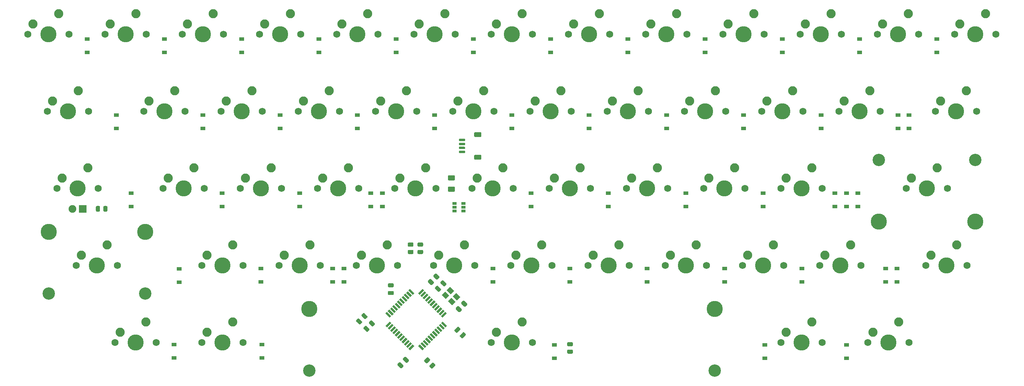
<source format=gbr>
%TF.GenerationSoftware,KiCad,Pcbnew,(5.1.9)-1*%
%TF.CreationDate,2021-01-27T12:27:53+01:00*%
%TF.ProjectId,FriedrichPCB,46726965-6472-4696-9368-5043422e6b69,rev?*%
%TF.SameCoordinates,Original*%
%TF.FileFunction,Soldermask,Bot*%
%TF.FilePolarity,Negative*%
%FSLAX46Y46*%
G04 Gerber Fmt 4.6, Leading zero omitted, Abs format (unit mm)*
G04 Created by KiCad (PCBNEW (5.1.9)-1) date 2021-01-27 12:27:53*
%MOMM*%
%LPD*%
G01*
G04 APERTURE LIST*
%ADD10C,2.250000*%
%ADD11C,3.987800*%
%ADD12C,1.750000*%
%ADD13R,1.905000X1.905000*%
%ADD14C,1.905000*%
%ADD15C,3.048000*%
%ADD16C,0.100000*%
%ADD17R,1.060000X0.650000*%
%ADD18R,1.200000X0.900000*%
G04 APERTURE END LIST*
D10*
%TO.C,MX14*%
X41706800Y-70662800D03*
D11*
X39166800Y-75742800D03*
D10*
X35356800Y-73202800D03*
D12*
X34086800Y-75742800D03*
X44246800Y-75742800D03*
%TD*%
%TO.C,MX26*%
X46634400Y-94792800D03*
X36474400Y-94792800D03*
D13*
X42824400Y-99872800D03*
D14*
X40284400Y-99872800D03*
D10*
X37744400Y-92252800D03*
D11*
X41554400Y-94792800D03*
D10*
X44094400Y-89712800D03*
%TD*%
%TO.C,R6*%
G36*
G01*
X47898000Y-100322801D02*
X47898000Y-99422799D01*
G75*
G02*
X48147999Y-99172800I249999J0D01*
G01*
X48673001Y-99172800D01*
G75*
G02*
X48923000Y-99422799I0J-249999D01*
G01*
X48923000Y-100322801D01*
G75*
G02*
X48673001Y-100572800I-249999J0D01*
G01*
X48147999Y-100572800D01*
G75*
G02*
X47898000Y-100322801I0J249999D01*
G01*
G37*
G36*
G01*
X46073000Y-100322801D02*
X46073000Y-99422799D01*
G75*
G02*
X46322999Y-99172800I249999J0D01*
G01*
X46848001Y-99172800D01*
G75*
G02*
X47098000Y-99422799I0J-249999D01*
G01*
X47098000Y-100322801D01*
G75*
G02*
X46848001Y-100572800I-249999J0D01*
G01*
X46322999Y-100572800D01*
G75*
G02*
X46073000Y-100322801I0J249999D01*
G01*
G37*
%TD*%
%TO.C,USB1*%
G36*
G01*
X139604199Y-86528000D02*
X140904201Y-86528000D01*
G75*
G02*
X141154200Y-86777999I0J-249999D01*
G01*
X141154200Y-87478001D01*
G75*
G02*
X140904201Y-87728000I-249999J0D01*
G01*
X139604199Y-87728000D01*
G75*
G02*
X139354200Y-87478001I0J249999D01*
G01*
X139354200Y-86777999D01*
G75*
G02*
X139604199Y-86528000I249999J0D01*
G01*
G37*
G36*
G01*
X139604199Y-80928000D02*
X140904201Y-80928000D01*
G75*
G02*
X141154200Y-81177999I0J-249999D01*
G01*
X141154200Y-81878001D01*
G75*
G02*
X140904201Y-82128000I-249999J0D01*
G01*
X139604199Y-82128000D01*
G75*
G02*
X139354200Y-81878001I0J249999D01*
G01*
X139354200Y-81177999D01*
G75*
G02*
X139604199Y-80928000I249999J0D01*
G01*
G37*
G36*
G01*
X135754200Y-85528000D02*
X137004200Y-85528000D01*
G75*
G02*
X137154200Y-85678000I0J-150000D01*
G01*
X137154200Y-85978000D01*
G75*
G02*
X137004200Y-86128000I-150000J0D01*
G01*
X135754200Y-86128000D01*
G75*
G02*
X135604200Y-85978000I0J150000D01*
G01*
X135604200Y-85678000D01*
G75*
G02*
X135754200Y-85528000I150000J0D01*
G01*
G37*
G36*
G01*
X135754200Y-84528000D02*
X137004200Y-84528000D01*
G75*
G02*
X137154200Y-84678000I0J-150000D01*
G01*
X137154200Y-84978000D01*
G75*
G02*
X137004200Y-85128000I-150000J0D01*
G01*
X135754200Y-85128000D01*
G75*
G02*
X135604200Y-84978000I0J150000D01*
G01*
X135604200Y-84678000D01*
G75*
G02*
X135754200Y-84528000I150000J0D01*
G01*
G37*
G36*
G01*
X135754200Y-83528000D02*
X137004200Y-83528000D01*
G75*
G02*
X137154200Y-83678000I0J-150000D01*
G01*
X137154200Y-83978000D01*
G75*
G02*
X137004200Y-84128000I-150000J0D01*
G01*
X135754200Y-84128000D01*
G75*
G02*
X135604200Y-83978000I0J150000D01*
G01*
X135604200Y-83678000D01*
G75*
G02*
X135754200Y-83528000I150000J0D01*
G01*
G37*
G36*
G01*
X135754200Y-82528000D02*
X137004200Y-82528000D01*
G75*
G02*
X137154200Y-82678000I0J-150000D01*
G01*
X137154200Y-82978000D01*
G75*
G02*
X137004200Y-83128000I-150000J0D01*
G01*
X135754200Y-83128000D01*
G75*
G02*
X135604200Y-82978000I0J150000D01*
G01*
X135604200Y-82678000D01*
G75*
G02*
X135754200Y-82528000I150000J0D01*
G01*
G37*
%TD*%
%TO.C,MX58*%
X151231600Y-127812800D03*
D11*
X148691600Y-132892800D03*
D10*
X144881600Y-130352800D03*
D12*
X143611600Y-132892800D03*
X153771600Y-132892800D03*
D15*
X98691700Y-139877800D03*
X198691500Y-139877800D03*
D11*
X98691700Y-124637800D03*
X198691500Y-124637800D03*
%TD*%
D10*
%TO.C,MX42*%
X98856800Y-108762800D03*
D11*
X96316800Y-113842800D03*
D10*
X92506800Y-111302800D03*
D12*
X91236800Y-113842800D03*
X101396800Y-113842800D03*
%TD*%
D10*
%TO.C,MX40*%
X48869600Y-108762800D03*
D11*
X46329600Y-113842800D03*
D10*
X42519600Y-111302800D03*
D12*
X41249600Y-113842800D03*
X51409600Y-113842800D03*
D15*
X34423350Y-120827800D03*
X58235850Y-120827800D03*
D11*
X34423350Y-105587800D03*
X58235850Y-105587800D03*
%TD*%
D10*
%TO.C,MX62*%
X222656400Y-127812800D03*
D11*
X220116400Y-132892800D03*
D10*
X216306400Y-130352800D03*
D12*
X215036400Y-132892800D03*
X225196400Y-132892800D03*
%TD*%
D10*
%TO.C,MX54*%
X79806800Y-127812800D03*
D11*
X77266800Y-132892800D03*
D10*
X73456800Y-130352800D03*
D12*
X72186800Y-132892800D03*
X82346800Y-132892800D03*
%TD*%
D10*
%TO.C,MX51*%
X258419600Y-108762800D03*
D11*
X255879600Y-113842800D03*
D10*
X252069600Y-111302800D03*
D12*
X250799600Y-113842800D03*
X260959600Y-113842800D03*
%TD*%
D10*
%TO.C,MX38*%
X253593600Y-89712800D03*
D11*
X251053600Y-94792800D03*
D10*
X247243600Y-92252800D03*
D12*
X245973600Y-94792800D03*
X256133600Y-94792800D03*
D15*
X239147350Y-87807800D03*
X262959850Y-87807800D03*
D11*
X239147350Y-103047800D03*
X262959850Y-103047800D03*
%TD*%
D10*
%TO.C,MX25*%
X260756400Y-70662800D03*
D11*
X258216400Y-75742800D03*
D10*
X254406400Y-73202800D03*
D12*
X253136400Y-75742800D03*
X263296400Y-75742800D03*
%TD*%
D16*
%TO.C,X1*%
G36*
X135952897Y-121659488D02*
G01*
X135104369Y-122508016D01*
X134114419Y-121518066D01*
X134962947Y-120669538D01*
X135952897Y-121659488D01*
G37*
G36*
X134397262Y-120103853D02*
G01*
X133548734Y-120952381D01*
X132558784Y-119962431D01*
X133407312Y-119113903D01*
X134397262Y-120103853D01*
G37*
G36*
X133195181Y-121305934D02*
G01*
X132346653Y-122154462D01*
X131356703Y-121164512D01*
X132205231Y-120315984D01*
X133195181Y-121305934D01*
G37*
G36*
X134750816Y-122861569D02*
G01*
X133902288Y-123710097D01*
X132912338Y-122720147D01*
X133760866Y-121871619D01*
X134750816Y-122861569D01*
G37*
%TD*%
D17*
%TO.C,U2*%
X134485200Y-99466400D03*
X134485200Y-98516400D03*
X134485200Y-100416400D03*
X136685200Y-100416400D03*
X136685200Y-99466400D03*
X136685200Y-98516400D03*
%TD*%
D16*
%TO.C,U1*%
G36*
X118546540Y-127731298D02*
G01*
X118935448Y-128120206D01*
X117874788Y-129180866D01*
X117485880Y-128791958D01*
X118546540Y-127731298D01*
G37*
G36*
X119112226Y-128296983D02*
G01*
X119501134Y-128685891D01*
X118440474Y-129746551D01*
X118051566Y-129357643D01*
X119112226Y-128296983D01*
G37*
G36*
X119677911Y-128862668D02*
G01*
X120066819Y-129251576D01*
X119006159Y-130312236D01*
X118617251Y-129923328D01*
X119677911Y-128862668D01*
G37*
G36*
X120243596Y-129428354D02*
G01*
X120632504Y-129817262D01*
X119571844Y-130877922D01*
X119182936Y-130489014D01*
X120243596Y-129428354D01*
G37*
G36*
X120809282Y-129994039D02*
G01*
X121198190Y-130382947D01*
X120137530Y-131443607D01*
X119748622Y-131054699D01*
X120809282Y-129994039D01*
G37*
G36*
X121374967Y-130559725D02*
G01*
X121763875Y-130948633D01*
X120703215Y-132009293D01*
X120314307Y-131620385D01*
X121374967Y-130559725D01*
G37*
G36*
X121940653Y-131125410D02*
G01*
X122329561Y-131514318D01*
X121268901Y-132574978D01*
X120879993Y-132186070D01*
X121940653Y-131125410D01*
G37*
G36*
X122506338Y-131691096D02*
G01*
X122895246Y-132080004D01*
X121834586Y-133140664D01*
X121445678Y-132751756D01*
X122506338Y-131691096D01*
G37*
G36*
X123072024Y-132256781D02*
G01*
X123460932Y-132645689D01*
X122400272Y-133706349D01*
X122011364Y-133317441D01*
X123072024Y-132256781D01*
G37*
G36*
X123637709Y-132822466D02*
G01*
X124026617Y-133211374D01*
X122965957Y-134272034D01*
X122577049Y-133883126D01*
X123637709Y-132822466D01*
G37*
G36*
X124203394Y-133388152D02*
G01*
X124592302Y-133777060D01*
X123531642Y-134837720D01*
X123142734Y-134448812D01*
X124203394Y-133388152D01*
G37*
G36*
X125546898Y-133777060D02*
G01*
X125935806Y-133388152D01*
X126996466Y-134448812D01*
X126607558Y-134837720D01*
X125546898Y-133777060D01*
G37*
G36*
X126112583Y-133211374D02*
G01*
X126501491Y-132822466D01*
X127562151Y-133883126D01*
X127173243Y-134272034D01*
X126112583Y-133211374D01*
G37*
G36*
X126678268Y-132645689D02*
G01*
X127067176Y-132256781D01*
X128127836Y-133317441D01*
X127738928Y-133706349D01*
X126678268Y-132645689D01*
G37*
G36*
X127243954Y-132080004D02*
G01*
X127632862Y-131691096D01*
X128693522Y-132751756D01*
X128304614Y-133140664D01*
X127243954Y-132080004D01*
G37*
G36*
X127809639Y-131514318D02*
G01*
X128198547Y-131125410D01*
X129259207Y-132186070D01*
X128870299Y-132574978D01*
X127809639Y-131514318D01*
G37*
G36*
X128375325Y-130948633D02*
G01*
X128764233Y-130559725D01*
X129824893Y-131620385D01*
X129435985Y-132009293D01*
X128375325Y-130948633D01*
G37*
G36*
X128941010Y-130382947D02*
G01*
X129329918Y-129994039D01*
X130390578Y-131054699D01*
X130001670Y-131443607D01*
X128941010Y-130382947D01*
G37*
G36*
X129506696Y-129817262D02*
G01*
X129895604Y-129428354D01*
X130956264Y-130489014D01*
X130567356Y-130877922D01*
X129506696Y-129817262D01*
G37*
G36*
X130072381Y-129251576D02*
G01*
X130461289Y-128862668D01*
X131521949Y-129923328D01*
X131133041Y-130312236D01*
X130072381Y-129251576D01*
G37*
G36*
X130638066Y-128685891D02*
G01*
X131026974Y-128296983D01*
X132087634Y-129357643D01*
X131698726Y-129746551D01*
X130638066Y-128685891D01*
G37*
G36*
X131203752Y-128120206D02*
G01*
X131592660Y-127731298D01*
X132653320Y-128791958D01*
X132264412Y-129180866D01*
X131203752Y-128120206D01*
G37*
G36*
X132264412Y-125327134D02*
G01*
X132653320Y-125716042D01*
X131592660Y-126776702D01*
X131203752Y-126387794D01*
X132264412Y-125327134D01*
G37*
G36*
X131698726Y-124761449D02*
G01*
X132087634Y-125150357D01*
X131026974Y-126211017D01*
X130638066Y-125822109D01*
X131698726Y-124761449D01*
G37*
G36*
X131133041Y-124195764D02*
G01*
X131521949Y-124584672D01*
X130461289Y-125645332D01*
X130072381Y-125256424D01*
X131133041Y-124195764D01*
G37*
G36*
X130567356Y-123630078D02*
G01*
X130956264Y-124018986D01*
X129895604Y-125079646D01*
X129506696Y-124690738D01*
X130567356Y-123630078D01*
G37*
G36*
X130001670Y-123064393D02*
G01*
X130390578Y-123453301D01*
X129329918Y-124513961D01*
X128941010Y-124125053D01*
X130001670Y-123064393D01*
G37*
G36*
X129435985Y-122498707D02*
G01*
X129824893Y-122887615D01*
X128764233Y-123948275D01*
X128375325Y-123559367D01*
X129435985Y-122498707D01*
G37*
G36*
X128870299Y-121933022D02*
G01*
X129259207Y-122321930D01*
X128198547Y-123382590D01*
X127809639Y-122993682D01*
X128870299Y-121933022D01*
G37*
G36*
X128304614Y-121367336D02*
G01*
X128693522Y-121756244D01*
X127632862Y-122816904D01*
X127243954Y-122427996D01*
X128304614Y-121367336D01*
G37*
G36*
X127738928Y-120801651D02*
G01*
X128127836Y-121190559D01*
X127067176Y-122251219D01*
X126678268Y-121862311D01*
X127738928Y-120801651D01*
G37*
G36*
X127173243Y-120235966D02*
G01*
X127562151Y-120624874D01*
X126501491Y-121685534D01*
X126112583Y-121296626D01*
X127173243Y-120235966D01*
G37*
G36*
X126607558Y-119670280D02*
G01*
X126996466Y-120059188D01*
X125935806Y-121119848D01*
X125546898Y-120730940D01*
X126607558Y-119670280D01*
G37*
G36*
X123142734Y-120059188D02*
G01*
X123531642Y-119670280D01*
X124592302Y-120730940D01*
X124203394Y-121119848D01*
X123142734Y-120059188D01*
G37*
G36*
X122577049Y-120624874D02*
G01*
X122965957Y-120235966D01*
X124026617Y-121296626D01*
X123637709Y-121685534D01*
X122577049Y-120624874D01*
G37*
G36*
X122011364Y-121190559D02*
G01*
X122400272Y-120801651D01*
X123460932Y-121862311D01*
X123072024Y-122251219D01*
X122011364Y-121190559D01*
G37*
G36*
X121445678Y-121756244D02*
G01*
X121834586Y-121367336D01*
X122895246Y-122427996D01*
X122506338Y-122816904D01*
X121445678Y-121756244D01*
G37*
G36*
X120879993Y-122321930D02*
G01*
X121268901Y-121933022D01*
X122329561Y-122993682D01*
X121940653Y-123382590D01*
X120879993Y-122321930D01*
G37*
G36*
X120314307Y-122887615D02*
G01*
X120703215Y-122498707D01*
X121763875Y-123559367D01*
X121374967Y-123948275D01*
X120314307Y-122887615D01*
G37*
G36*
X119748622Y-123453301D02*
G01*
X120137530Y-123064393D01*
X121198190Y-124125053D01*
X120809282Y-124513961D01*
X119748622Y-123453301D01*
G37*
G36*
X119182936Y-124018986D02*
G01*
X119571844Y-123630078D01*
X120632504Y-124690738D01*
X120243596Y-125079646D01*
X119182936Y-124018986D01*
G37*
G36*
X118617251Y-124584672D02*
G01*
X119006159Y-124195764D01*
X120066819Y-125256424D01*
X119677911Y-125645332D01*
X118617251Y-124584672D01*
G37*
G36*
X118051566Y-125150357D02*
G01*
X118440474Y-124761449D01*
X119501134Y-125822109D01*
X119112226Y-126211017D01*
X118051566Y-125150357D01*
G37*
G36*
X117485880Y-125716042D02*
G01*
X117874788Y-125327134D01*
X118935448Y-126387794D01*
X118546540Y-126776702D01*
X117485880Y-125716042D01*
G37*
%TD*%
%TO.C,R5*%
G36*
G01*
X162567198Y-134664400D02*
X163467202Y-134664400D01*
G75*
G02*
X163717200Y-134914398I0J-249998D01*
G01*
X163717200Y-135439402D01*
G75*
G02*
X163467202Y-135689400I-249998J0D01*
G01*
X162567198Y-135689400D01*
G75*
G02*
X162317200Y-135439402I0J249998D01*
G01*
X162317200Y-134914398D01*
G75*
G02*
X162567198Y-134664400I249998J0D01*
G01*
G37*
G36*
G01*
X162567198Y-132839400D02*
X163467202Y-132839400D01*
G75*
G02*
X163717200Y-133089398I0J-249998D01*
G01*
X163717200Y-133614402D01*
G75*
G02*
X163467202Y-133864400I-249998J0D01*
G01*
X162567198Y-133864400D01*
G75*
G02*
X162317200Y-133614402I0J249998D01*
G01*
X162317200Y-133089398D01*
G75*
G02*
X162567198Y-132839400I249998J0D01*
G01*
G37*
%TD*%
%TO.C,R3*%
G36*
G01*
X128457756Y-137371757D02*
X127821357Y-138008156D01*
G75*
G02*
X127467807Y-138008156I-176775J176775D01*
G01*
X127096574Y-137636923D01*
G75*
G02*
X127096574Y-137283373I176775J176775D01*
G01*
X127732973Y-136646974D01*
G75*
G02*
X128086523Y-136646974I176775J-176775D01*
G01*
X128457756Y-137018207D01*
G75*
G02*
X128457756Y-137371757I-176775J-176775D01*
G01*
G37*
G36*
G01*
X129748226Y-138662227D02*
X129111827Y-139298626D01*
G75*
G02*
X128758277Y-139298626I-176775J176775D01*
G01*
X128387044Y-138927393D01*
G75*
G02*
X128387044Y-138573843I176775J176775D01*
G01*
X129023443Y-137937444D01*
G75*
G02*
X129376993Y-137937444I176775J-176775D01*
G01*
X129748226Y-138308677D01*
G75*
G02*
X129748226Y-138662227I-176775J-176775D01*
G01*
G37*
%TD*%
%TO.C,R2*%
G36*
G01*
X123247998Y-110026400D02*
X124148002Y-110026400D01*
G75*
G02*
X124398000Y-110276398I0J-249998D01*
G01*
X124398000Y-110801402D01*
G75*
G02*
X124148002Y-111051400I-249998J0D01*
G01*
X123247998Y-111051400D01*
G75*
G02*
X122998000Y-110801402I0J249998D01*
G01*
X122998000Y-110276398D01*
G75*
G02*
X123247998Y-110026400I249998J0D01*
G01*
G37*
G36*
G01*
X123247998Y-108201400D02*
X124148002Y-108201400D01*
G75*
G02*
X124398000Y-108451398I0J-249998D01*
G01*
X124398000Y-108976402D01*
G75*
G02*
X124148002Y-109226400I-249998J0D01*
G01*
X123247998Y-109226400D01*
G75*
G02*
X122998000Y-108976402I0J249998D01*
G01*
X122998000Y-108451398D01*
G75*
G02*
X123247998Y-108201400I249998J0D01*
G01*
G37*
%TD*%
%TO.C,R1*%
G36*
G01*
X125635598Y-110026400D02*
X126535602Y-110026400D01*
G75*
G02*
X126785600Y-110276398I0J-249998D01*
G01*
X126785600Y-110801402D01*
G75*
G02*
X126535602Y-111051400I-249998J0D01*
G01*
X125635598Y-111051400D01*
G75*
G02*
X125385600Y-110801402I0J249998D01*
G01*
X125385600Y-110276398D01*
G75*
G02*
X125635598Y-110026400I249998J0D01*
G01*
G37*
G36*
G01*
X125635598Y-108201400D02*
X126535602Y-108201400D01*
G75*
G02*
X126785600Y-108451398I0J-249998D01*
G01*
X126785600Y-108976402D01*
G75*
G02*
X126535602Y-109226400I-249998J0D01*
G01*
X125635598Y-109226400D01*
G75*
G02*
X125385600Y-108976402I0J249998D01*
G01*
X125385600Y-108451398D01*
G75*
G02*
X125635598Y-108201400I249998J0D01*
G01*
G37*
%TD*%
D10*
%TO.C,MX63*%
X244094000Y-127812800D03*
D11*
X241554000Y-132892800D03*
D10*
X237744000Y-130352800D03*
D12*
X236474000Y-132892800D03*
X246634000Y-132892800D03*
%TD*%
D10*
%TO.C,MX53*%
X58369200Y-127812800D03*
D11*
X55829200Y-132892800D03*
D10*
X52019200Y-130352800D03*
D12*
X50749200Y-132892800D03*
X60909200Y-132892800D03*
%TD*%
D10*
%TO.C,MX49*%
X232206800Y-108762800D03*
D11*
X229666800Y-113842800D03*
D10*
X225856800Y-111302800D03*
D12*
X224586800Y-113842800D03*
X234746800Y-113842800D03*
%TD*%
D10*
%TO.C,MX48*%
X213156800Y-108762800D03*
D11*
X210616800Y-113842800D03*
D10*
X206806800Y-111302800D03*
D12*
X205536800Y-113842800D03*
X215696800Y-113842800D03*
%TD*%
D10*
%TO.C,MX47*%
X194106800Y-108762800D03*
D11*
X191566800Y-113842800D03*
D10*
X187756800Y-111302800D03*
D12*
X186486800Y-113842800D03*
X196646800Y-113842800D03*
%TD*%
D10*
%TO.C,MX46*%
X175056800Y-108762800D03*
D11*
X172516800Y-113842800D03*
D10*
X168706800Y-111302800D03*
D12*
X167436800Y-113842800D03*
X177596800Y-113842800D03*
%TD*%
D10*
%TO.C,MX45*%
X156006800Y-108762800D03*
D11*
X153466800Y-113842800D03*
D10*
X149656800Y-111302800D03*
D12*
X148386800Y-113842800D03*
X158546800Y-113842800D03*
%TD*%
D10*
%TO.C,MX44*%
X136956800Y-108762800D03*
D11*
X134416800Y-113842800D03*
D10*
X130606800Y-111302800D03*
D12*
X129336800Y-113842800D03*
X139496800Y-113842800D03*
%TD*%
D10*
%TO.C,MX43*%
X117906800Y-108762800D03*
D11*
X115366800Y-113842800D03*
D10*
X111556800Y-111302800D03*
D12*
X110286800Y-113842800D03*
X120446800Y-113842800D03*
%TD*%
D10*
%TO.C,MX41*%
X79806800Y-108762800D03*
D11*
X77266800Y-113842800D03*
D10*
X73456800Y-111302800D03*
D12*
X72186800Y-113842800D03*
X82346800Y-113842800D03*
%TD*%
D10*
%TO.C,MX36*%
X222656400Y-89712800D03*
D11*
X220116400Y-94792800D03*
D10*
X216306400Y-92252800D03*
D12*
X215036400Y-94792800D03*
X225196400Y-94792800D03*
%TD*%
D10*
%TO.C,MX35*%
X203606400Y-89712800D03*
D11*
X201066400Y-94792800D03*
D10*
X197256400Y-92252800D03*
D12*
X195986400Y-94792800D03*
X206146400Y-94792800D03*
%TD*%
D10*
%TO.C,MX34*%
X184556400Y-89712800D03*
D11*
X182016400Y-94792800D03*
D10*
X178206400Y-92252800D03*
D12*
X176936400Y-94792800D03*
X187096400Y-94792800D03*
%TD*%
D10*
%TO.C,MX33*%
X165506400Y-89712800D03*
D11*
X162966400Y-94792800D03*
D10*
X159156400Y-92252800D03*
D12*
X157886400Y-94792800D03*
X168046400Y-94792800D03*
%TD*%
D10*
%TO.C,MX32*%
X146456400Y-89712800D03*
D11*
X143916400Y-94792800D03*
D10*
X140106400Y-92252800D03*
D12*
X138836400Y-94792800D03*
X148996400Y-94792800D03*
%TD*%
D10*
%TO.C,MX31*%
X127406400Y-89712800D03*
D11*
X124866400Y-94792800D03*
D10*
X121056400Y-92252800D03*
D12*
X119786400Y-94792800D03*
X129946400Y-94792800D03*
%TD*%
D10*
%TO.C,MX30*%
X108356400Y-89712800D03*
D11*
X105816400Y-94792800D03*
D10*
X102006400Y-92252800D03*
D12*
X100736400Y-94792800D03*
X110896400Y-94792800D03*
%TD*%
D10*
%TO.C,MX29*%
X89306400Y-89712800D03*
D11*
X86766400Y-94792800D03*
D10*
X82956400Y-92252800D03*
D12*
X81686400Y-94792800D03*
X91846400Y-94792800D03*
%TD*%
D10*
%TO.C,MX28*%
X70256400Y-89712800D03*
D11*
X67716400Y-94792800D03*
D10*
X63906400Y-92252800D03*
D12*
X62636400Y-94792800D03*
X72796400Y-94792800D03*
%TD*%
D10*
%TO.C,MX24*%
X236982000Y-70662800D03*
D11*
X234442000Y-75742800D03*
D10*
X230632000Y-73202800D03*
D12*
X229362000Y-75742800D03*
X239522000Y-75742800D03*
%TD*%
D10*
%TO.C,MX23*%
X217932000Y-70662800D03*
D11*
X215392000Y-75742800D03*
D10*
X211582000Y-73202800D03*
D12*
X210312000Y-75742800D03*
X220472000Y-75742800D03*
%TD*%
D10*
%TO.C,MX22*%
X198882000Y-70662800D03*
D11*
X196342000Y-75742800D03*
D10*
X192532000Y-73202800D03*
D12*
X191262000Y-75742800D03*
X201422000Y-75742800D03*
%TD*%
D10*
%TO.C,MX21*%
X179832000Y-70662800D03*
D11*
X177292000Y-75742800D03*
D10*
X173482000Y-73202800D03*
D12*
X172212000Y-75742800D03*
X182372000Y-75742800D03*
%TD*%
D10*
%TO.C,MX20*%
X160782000Y-70662800D03*
D11*
X158242000Y-75742800D03*
D10*
X154432000Y-73202800D03*
D12*
X153162000Y-75742800D03*
X163322000Y-75742800D03*
%TD*%
D10*
%TO.C,MX19*%
X141732000Y-70662800D03*
D11*
X139192000Y-75742800D03*
D10*
X135382000Y-73202800D03*
D12*
X134112000Y-75742800D03*
X144272000Y-75742800D03*
%TD*%
D10*
%TO.C,MX18*%
X122682000Y-70662800D03*
D11*
X120142000Y-75742800D03*
D10*
X116332000Y-73202800D03*
D12*
X115062000Y-75742800D03*
X125222000Y-75742800D03*
%TD*%
D10*
%TO.C,MX17*%
X103632000Y-70662800D03*
D11*
X101092000Y-75742800D03*
D10*
X97282000Y-73202800D03*
D12*
X96012000Y-75742800D03*
X106172000Y-75742800D03*
%TD*%
D10*
%TO.C,MX16*%
X84582000Y-70662800D03*
D11*
X82042000Y-75742800D03*
D10*
X78232000Y-73202800D03*
D12*
X76962000Y-75742800D03*
X87122000Y-75742800D03*
%TD*%
D10*
%TO.C,MX15*%
X65532000Y-70662800D03*
D11*
X62992000Y-75742800D03*
D10*
X59182000Y-73202800D03*
D12*
X57912000Y-75742800D03*
X68072000Y-75742800D03*
%TD*%
D10*
%TO.C,MX13*%
X265531600Y-51612800D03*
D11*
X262991600Y-56692800D03*
D10*
X259181600Y-54152800D03*
D12*
X257911600Y-56692800D03*
X268071600Y-56692800D03*
%TD*%
D10*
%TO.C,MX12*%
X246481600Y-51612800D03*
D11*
X243941600Y-56692800D03*
D10*
X240131600Y-54152800D03*
D12*
X238861600Y-56692800D03*
X249021600Y-56692800D03*
%TD*%
D10*
%TO.C,MX11*%
X227431600Y-51612800D03*
D11*
X224891600Y-56692800D03*
D10*
X221081600Y-54152800D03*
D12*
X219811600Y-56692800D03*
X229971600Y-56692800D03*
%TD*%
D10*
%TO.C,MX10*%
X208381600Y-51612800D03*
D11*
X205841600Y-56692800D03*
D10*
X202031600Y-54152800D03*
D12*
X200761600Y-56692800D03*
X210921600Y-56692800D03*
%TD*%
D10*
%TO.C,MX9*%
X189331600Y-51612800D03*
D11*
X186791600Y-56692800D03*
D10*
X182981600Y-54152800D03*
D12*
X181711600Y-56692800D03*
X191871600Y-56692800D03*
%TD*%
D10*
%TO.C,MX8*%
X170281600Y-51612800D03*
D11*
X167741600Y-56692800D03*
D10*
X163931600Y-54152800D03*
D12*
X162661600Y-56692800D03*
X172821600Y-56692800D03*
%TD*%
D10*
%TO.C,MX7*%
X151231600Y-51612800D03*
D11*
X148691600Y-56692800D03*
D10*
X144881600Y-54152800D03*
D12*
X143611600Y-56692800D03*
X153771600Y-56692800D03*
%TD*%
D10*
%TO.C,MX6*%
X132181600Y-51612800D03*
D11*
X129641600Y-56692800D03*
D10*
X125831600Y-54152800D03*
D12*
X124561600Y-56692800D03*
X134721600Y-56692800D03*
%TD*%
D10*
%TO.C,MX5*%
X113131600Y-51612800D03*
D11*
X110591600Y-56692800D03*
D10*
X106781600Y-54152800D03*
D12*
X105511600Y-56692800D03*
X115671600Y-56692800D03*
%TD*%
D10*
%TO.C,MX4*%
X94081600Y-51612800D03*
D11*
X91541600Y-56692800D03*
D10*
X87731600Y-54152800D03*
D12*
X86461600Y-56692800D03*
X96621600Y-56692800D03*
%TD*%
D10*
%TO.C,MX3*%
X75031600Y-51612800D03*
D11*
X72491600Y-56692800D03*
D10*
X68681600Y-54152800D03*
D12*
X67411600Y-56692800D03*
X77571600Y-56692800D03*
%TD*%
D10*
%TO.C,MX2*%
X55981600Y-51612800D03*
D11*
X53441600Y-56692800D03*
D10*
X49631600Y-54152800D03*
D12*
X48361600Y-56692800D03*
X58521600Y-56692800D03*
%TD*%
D10*
%TO.C,MX1*%
X36931600Y-51612800D03*
D11*
X34391600Y-56692800D03*
D10*
X30581600Y-54152800D03*
D12*
X29311600Y-56692800D03*
X39471600Y-56692800D03*
%TD*%
%TO.C,F1*%
G36*
G01*
X133131400Y-94399400D02*
X134381400Y-94399400D01*
G75*
G02*
X134631400Y-94649400I0J-250000D01*
G01*
X134631400Y-95399400D01*
G75*
G02*
X134381400Y-95649400I-250000J0D01*
G01*
X133131400Y-95649400D01*
G75*
G02*
X132881400Y-95399400I0J250000D01*
G01*
X132881400Y-94649400D01*
G75*
G02*
X133131400Y-94399400I250000J0D01*
G01*
G37*
G36*
G01*
X133131400Y-91599400D02*
X134381400Y-91599400D01*
G75*
G02*
X134631400Y-91849400I0J-250000D01*
G01*
X134631400Y-92599400D01*
G75*
G02*
X134381400Y-92849400I-250000J0D01*
G01*
X133131400Y-92849400D01*
G75*
G02*
X132881400Y-92599400I0J250000D01*
G01*
X132881400Y-91849400D01*
G75*
G02*
X133131400Y-91599400I250000J0D01*
G01*
G37*
%TD*%
D18*
%TO.C,D63*%
X231241600Y-133478000D03*
X231241600Y-136778000D03*
%TD*%
%TO.C,D62*%
X211023200Y-133478000D03*
X211023200Y-136778000D03*
%TD*%
%TO.C,D58*%
X159156400Y-133528800D03*
X159156400Y-136828800D03*
%TD*%
%TO.C,D54*%
X87020400Y-133427200D03*
X87020400Y-136727200D03*
%TD*%
%TO.C,D53*%
X65379600Y-133427200D03*
X65379600Y-136727200D03*
%TD*%
%TO.C,D51*%
X243687600Y-114631200D03*
X243687600Y-117931200D03*
%TD*%
%TO.C,D49*%
X240842800Y-114631200D03*
X240842800Y-117931200D03*
%TD*%
%TO.C,D48*%
X220167200Y-114631200D03*
X220167200Y-117931200D03*
%TD*%
%TO.C,D47*%
X201117200Y-114631200D03*
X201117200Y-117931200D03*
%TD*%
%TO.C,D46*%
X182016400Y-114631200D03*
X182016400Y-117931200D03*
%TD*%
%TO.C,D45*%
X162966400Y-114631200D03*
X162966400Y-117931200D03*
%TD*%
%TO.C,D44*%
X143967200Y-114631200D03*
X143967200Y-117931200D03*
%TD*%
%TO.C,D43*%
X107289600Y-114631200D03*
X107289600Y-117931200D03*
%TD*%
%TO.C,D42*%
X104444800Y-114631200D03*
X104444800Y-117931200D03*
%TD*%
%TO.C,D41*%
X86766400Y-114631200D03*
X86766400Y-117931200D03*
%TD*%
%TO.C,D40*%
X66649600Y-114682000D03*
X66649600Y-117982000D03*
%TD*%
%TO.C,D38*%
X234035600Y-95987600D03*
X234035600Y-99287600D03*
%TD*%
%TO.C,D36*%
X228295200Y-95987600D03*
X228295200Y-99287600D03*
%TD*%
%TO.C,D35*%
X210616800Y-95987600D03*
X210616800Y-99287600D03*
%TD*%
%TO.C,D34*%
X191566800Y-95987600D03*
X191566800Y-99287600D03*
%TD*%
%TO.C,D33*%
X172466000Y-95987600D03*
X172466000Y-99287600D03*
%TD*%
%TO.C,D32*%
X153416000Y-95987600D03*
X153416000Y-99287600D03*
%TD*%
%TO.C,D31*%
X116738400Y-95987600D03*
X116738400Y-99287600D03*
%TD*%
%TO.C,D30*%
X113893600Y-95987600D03*
X113893600Y-99287600D03*
%TD*%
%TO.C,D29*%
X96316800Y-95987600D03*
X96316800Y-99287600D03*
%TD*%
%TO.C,D28*%
X77216000Y-95987600D03*
X77216000Y-99287600D03*
%TD*%
%TO.C,D27*%
X54762400Y-95987600D03*
X54762400Y-99287600D03*
%TD*%
%TO.C,D25*%
X246634000Y-76683600D03*
X246634000Y-79983600D03*
%TD*%
%TO.C,D24*%
X243941600Y-76683600D03*
X243941600Y-79983600D03*
%TD*%
%TO.C,D23*%
X224942400Y-76683600D03*
X224942400Y-79983600D03*
%TD*%
%TO.C,D22*%
X205841600Y-76683600D03*
X205841600Y-79983600D03*
%TD*%
%TO.C,D21*%
X186842400Y-76683600D03*
X186842400Y-79983600D03*
%TD*%
%TO.C,D20*%
X167741600Y-76683600D03*
X167741600Y-79983600D03*
%TD*%
%TO.C,D19*%
X148691600Y-76683600D03*
X148691600Y-79983600D03*
%TD*%
%TO.C,D18*%
X129641600Y-76683600D03*
X129641600Y-79983600D03*
%TD*%
%TO.C,D17*%
X110591600Y-76683600D03*
X110591600Y-79983600D03*
%TD*%
%TO.C,D16*%
X91541600Y-76683600D03*
X91541600Y-79983600D03*
%TD*%
%TO.C,D15*%
X72491600Y-76683600D03*
X72491600Y-79983600D03*
%TD*%
%TO.C,D14*%
X51104800Y-76683600D03*
X51104800Y-79983600D03*
%TD*%
%TO.C,D13*%
X253492000Y-57938400D03*
X253492000Y-61238400D03*
%TD*%
%TO.C,D12*%
X231190800Y-95987600D03*
X231190800Y-99287600D03*
%TD*%
%TO.C,D11*%
X234391200Y-57938400D03*
X234391200Y-61238400D03*
%TD*%
%TO.C,D10*%
X215341200Y-57938400D03*
X215341200Y-61238400D03*
%TD*%
%TO.C,D9*%
X196342000Y-57938400D03*
X196342000Y-61238400D03*
%TD*%
%TO.C,D8*%
X177292000Y-57938400D03*
X177292000Y-61238400D03*
%TD*%
%TO.C,D7*%
X158242000Y-57938400D03*
X158242000Y-61238400D03*
%TD*%
%TO.C,D6*%
X139141200Y-57938400D03*
X139141200Y-61238400D03*
%TD*%
%TO.C,D5*%
X120091200Y-57938400D03*
X120091200Y-61238400D03*
%TD*%
%TO.C,D4*%
X101092000Y-57938400D03*
X101092000Y-61238400D03*
%TD*%
%TO.C,D3*%
X82042000Y-57938400D03*
X82042000Y-61238400D03*
%TD*%
%TO.C,D2*%
X62992000Y-57938400D03*
X62992000Y-61238400D03*
%TD*%
%TO.C,D1*%
X43891200Y-57938400D03*
X43891200Y-61238400D03*
%TD*%
%TO.C,C9*%
G36*
G01*
X130460727Y-118955922D02*
X131132478Y-119627673D01*
G75*
G02*
X131132478Y-119981227I-176777J-176777D01*
G01*
X130778925Y-120334780D01*
G75*
G02*
X130425371Y-120334780I-176777J176777D01*
G01*
X129753620Y-119663029D01*
G75*
G02*
X129753620Y-119309475I176777J176777D01*
G01*
X130107173Y-118955922D01*
G75*
G02*
X130460727Y-118955922I176777J-176777D01*
G01*
G37*
G36*
G01*
X131804229Y-117612420D02*
X132475980Y-118284171D01*
G75*
G02*
X132475980Y-118637725I-176777J-176777D01*
G01*
X132122427Y-118991278D01*
G75*
G02*
X131768873Y-118991278I-176777J176777D01*
G01*
X131097122Y-118319527D01*
G75*
G02*
X131097122Y-117965973I176777J176777D01*
G01*
X131450675Y-117612420D01*
G75*
G02*
X131804229Y-117612420I176777J-176777D01*
G01*
G37*
%TD*%
%TO.C,C8*%
G36*
G01*
X136911024Y-124009127D02*
X136239273Y-123337376D01*
G75*
G02*
X136239273Y-122983822I176777J176777D01*
G01*
X136592826Y-122630269D01*
G75*
G02*
X136946380Y-122630269I176777J-176777D01*
G01*
X137618131Y-123302020D01*
G75*
G02*
X137618131Y-123655574I-176777J-176777D01*
G01*
X137264578Y-124009127D01*
G75*
G02*
X136911024Y-124009127I-176777J176777D01*
G01*
G37*
G36*
G01*
X135567522Y-125352629D02*
X134895771Y-124680878D01*
G75*
G02*
X134895771Y-124327324I176777J176777D01*
G01*
X135249324Y-123973771D01*
G75*
G02*
X135602878Y-123973771I176777J-176777D01*
G01*
X136274629Y-124645522D01*
G75*
G02*
X136274629Y-124999076I-176777J-176777D01*
G01*
X135921076Y-125352629D01*
G75*
G02*
X135567522Y-125352629I-176777J176777D01*
G01*
G37*
%TD*%
%TO.C,C7*%
G36*
G01*
X119296200Y-119285600D02*
X118346200Y-119285600D01*
G75*
G02*
X118096200Y-119035600I0J250000D01*
G01*
X118096200Y-118535600D01*
G75*
G02*
X118346200Y-118285600I250000J0D01*
G01*
X119296200Y-118285600D01*
G75*
G02*
X119546200Y-118535600I0J-250000D01*
G01*
X119546200Y-119035600D01*
G75*
G02*
X119296200Y-119285600I-250000J0D01*
G01*
G37*
G36*
G01*
X119296200Y-121185600D02*
X118346200Y-121185600D01*
G75*
G02*
X118096200Y-120935600I0J250000D01*
G01*
X118096200Y-120435600D01*
G75*
G02*
X118346200Y-120185600I250000J0D01*
G01*
X119296200Y-120185600D01*
G75*
G02*
X119546200Y-120435600I0J-250000D01*
G01*
X119546200Y-120935600D01*
G75*
G02*
X119296200Y-121185600I-250000J0D01*
G01*
G37*
%TD*%
%TO.C,C5*%
G36*
G01*
X135872322Y-131108473D02*
X136544073Y-130436722D01*
G75*
G02*
X136897627Y-130436722I176777J-176777D01*
G01*
X137251180Y-130790275D01*
G75*
G02*
X137251180Y-131143829I-176777J-176777D01*
G01*
X136579429Y-131815580D01*
G75*
G02*
X136225875Y-131815580I-176777J176777D01*
G01*
X135872322Y-131462027D01*
G75*
G02*
X135872322Y-131108473I176777J176777D01*
G01*
G37*
G36*
G01*
X134528820Y-129764971D02*
X135200571Y-129093220D01*
G75*
G02*
X135554125Y-129093220I176777J-176777D01*
G01*
X135907678Y-129446773D01*
G75*
G02*
X135907678Y-129800327I-176777J-176777D01*
G01*
X135235927Y-130472078D01*
G75*
G02*
X134882373Y-130472078I-176777J176777D01*
G01*
X134528820Y-130118525D01*
G75*
G02*
X134528820Y-129764971I176777J176777D01*
G01*
G37*
%TD*%
%TO.C,C4*%
G36*
G01*
X112833127Y-128861922D02*
X113504878Y-129533673D01*
G75*
G02*
X113504878Y-129887227I-176777J-176777D01*
G01*
X113151325Y-130240780D01*
G75*
G02*
X112797771Y-130240780I-176777J176777D01*
G01*
X112126020Y-129569029D01*
G75*
G02*
X112126020Y-129215475I176777J176777D01*
G01*
X112479573Y-128861922D01*
G75*
G02*
X112833127Y-128861922I176777J-176777D01*
G01*
G37*
G36*
G01*
X114176629Y-127518420D02*
X114848380Y-128190171D01*
G75*
G02*
X114848380Y-128543725I-176777J-176777D01*
G01*
X114494827Y-128897278D01*
G75*
G02*
X114141273Y-128897278I-176777J176777D01*
G01*
X113469522Y-128225527D01*
G75*
G02*
X113469522Y-127871973I176777J176777D01*
G01*
X113823075Y-127518420D01*
G75*
G02*
X114176629Y-127518420I176777J-176777D01*
G01*
G37*
%TD*%
%TO.C,C3*%
G36*
G01*
X130041673Y-117314878D02*
X129369922Y-116643127D01*
G75*
G02*
X129369922Y-116289573I176777J176777D01*
G01*
X129723475Y-115936020D01*
G75*
G02*
X130077029Y-115936020I176777J-176777D01*
G01*
X130748780Y-116607771D01*
G75*
G02*
X130748780Y-116961325I-176777J-176777D01*
G01*
X130395227Y-117314878D01*
G75*
G02*
X130041673Y-117314878I-176777J176777D01*
G01*
G37*
G36*
G01*
X128698171Y-118658380D02*
X128026420Y-117986629D01*
G75*
G02*
X128026420Y-117633075I176777J176777D01*
G01*
X128379973Y-117279522D01*
G75*
G02*
X128733527Y-117279522I176777J-176777D01*
G01*
X129405278Y-117951273D01*
G75*
G02*
X129405278Y-118304827I-176777J-176777D01*
G01*
X129051725Y-118658380D01*
G75*
G02*
X128698171Y-118658380I-176777J176777D01*
G01*
G37*
%TD*%
%TO.C,C2*%
G36*
G01*
X121203776Y-137864873D02*
X121875527Y-138536624D01*
G75*
G02*
X121875527Y-138890178I-176777J-176777D01*
G01*
X121521974Y-139243731D01*
G75*
G02*
X121168420Y-139243731I-176777J176777D01*
G01*
X120496669Y-138571980D01*
G75*
G02*
X120496669Y-138218426I176777J176777D01*
G01*
X120850222Y-137864873D01*
G75*
G02*
X121203776Y-137864873I176777J-176777D01*
G01*
G37*
G36*
G01*
X122547278Y-136521371D02*
X123219029Y-137193122D01*
G75*
G02*
X123219029Y-137546676I-176777J-176777D01*
G01*
X122865476Y-137900229D01*
G75*
G02*
X122511922Y-137900229I-176777J176777D01*
G01*
X121840171Y-137228478D01*
G75*
G02*
X121840171Y-136874924I176777J176777D01*
G01*
X122193724Y-136521371D01*
G75*
G02*
X122547278Y-136521371I176777J-176777D01*
G01*
G37*
%TD*%
%TO.C,C1*%
G36*
G01*
X111004327Y-127033122D02*
X111676078Y-127704873D01*
G75*
G02*
X111676078Y-128058427I-176777J-176777D01*
G01*
X111322525Y-128411980D01*
G75*
G02*
X110968971Y-128411980I-176777J176777D01*
G01*
X110297220Y-127740229D01*
G75*
G02*
X110297220Y-127386675I176777J176777D01*
G01*
X110650773Y-127033122D01*
G75*
G02*
X111004327Y-127033122I176777J-176777D01*
G01*
G37*
G36*
G01*
X112347829Y-125689620D02*
X113019580Y-126361371D01*
G75*
G02*
X113019580Y-126714925I-176777J-176777D01*
G01*
X112666027Y-127068478D01*
G75*
G02*
X112312473Y-127068478I-176777J176777D01*
G01*
X111640722Y-126396727D01*
G75*
G02*
X111640722Y-126043173I176777J176777D01*
G01*
X111994275Y-125689620D01*
G75*
G02*
X112347829Y-125689620I176777J-176777D01*
G01*
G37*
%TD*%
M02*

</source>
